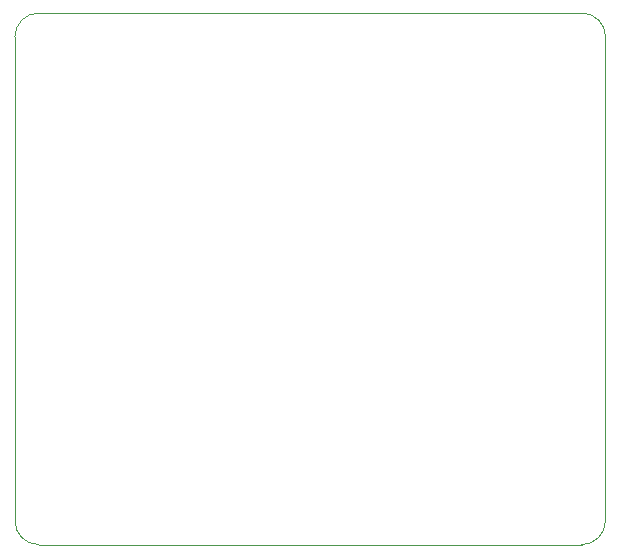
<source format=gbr>
G04*
G04 #@! TF.GenerationSoftware,Altium Limited,Altium Designer,24.1.2 (44)*
G04*
G04 Layer_Color=0*
%FSLAX44Y44*%
%MOMM*%
G71*
G04*
G04 #@! TF.SameCoordinates,8F0F3E8E-BFDB-4773-B97D-B54856440852*
G04*
G04*
G04 #@! TF.FilePolarity,Positive*
G04*
G01*
G75*
%ADD45C,0.0254*%
D45*
X701040Y585150D02*
Y995150D01*
D02*
G02*
X721040Y1015150I20000J0D01*
G01*
X1181040D01*
D02*
G02*
X1201040Y995150I0J-20000D01*
G01*
Y585150D01*
D02*
G02*
X1181040Y565150I-20000J0D01*
G01*
X721040D01*
D02*
G02*
X701040Y585150I0J20000D01*
G01*
M02*

</source>
